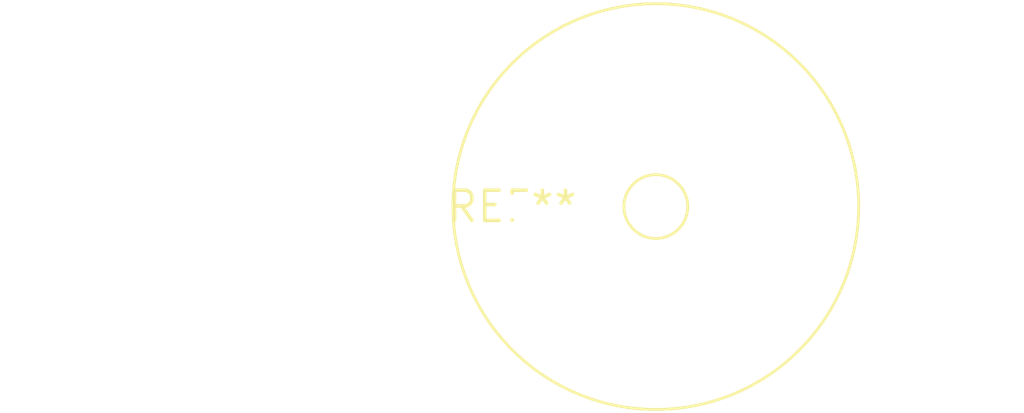
<source format=kicad_pcb>
(kicad_pcb (version 20240108) (generator pcbnew)
  (layers (0 "F.Cu" signal) (31 "B.Cu" signal) (34 "B.Paste" user) (35 "F.Paste" user) (36 "B.SilkS" user "B.Silkscreen") (37 "F.SilkS" user "F.Silkscreen") (38 "B.Mask" user) (39 "F.Mask" user) (44 "Edge.Cuts" user))
  (net 0 "")
  (footprint "L_Radial_D16.8mm_P12.07mm_Vishay_IHB-1" (layer "F.Cu") (at 0 0)
    (property "Reference" "REF**")
    (property "Value" "L_Radial_D16.8mm_P12.07mm_Vishay_IHB-1")
    (fp_circle (center 6.035 0) (end 7.375 0) (layer "F.SilkS") (stroke (width 0.12)) (fill none))
    (fp_circle (center 6.035 0) (end 14.555 0) (layer "F.SilkS") (stroke (width 0.12)) (fill none))
    (pad "1" thru_hole circle (at 0 0) (size 2 2) (drill 1) (layers *.Cu *.Mask) (remove_unused_layers))
    (pad "2" thru_hole circle (at 12.07 0) (size 2 2) (drill 1) (layers *.Cu *.Mask) (remove_unused_layers))
  )
)
</source>
